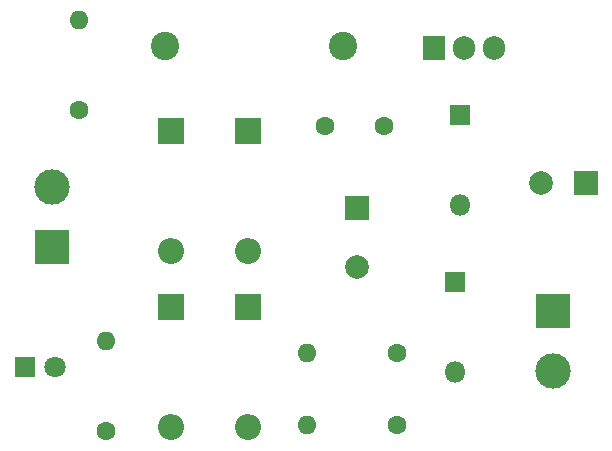
<source format=gbs>
%TF.GenerationSoftware,KiCad,Pcbnew,9.0.1*%
%TF.CreationDate,2025-08-15T11:03:48+05:00*%
%TF.ProjectId,transformerless_power_supply,7472616e-7366-46f7-926d-65726c657373,rev?*%
%TF.SameCoordinates,Original*%
%TF.FileFunction,Soldermask,Bot*%
%TF.FilePolarity,Negative*%
%FSLAX46Y46*%
G04 Gerber Fmt 4.6, Leading zero omitted, Abs format (unit mm)*
G04 Created by KiCad (PCBNEW 9.0.1) date 2025-08-15 11:03:48*
%MOMM*%
%LPD*%
G01*
G04 APERTURE LIST*
%ADD10O,1.600000X1.600000*%
%ADD11C,1.600000*%
%ADD12C,2.400000*%
%ADD13R,1.800000X1.800000*%
%ADD14O,1.800000X1.800000*%
%ADD15R,2.200000X2.200000*%
%ADD16O,2.200000X2.200000*%
%ADD17R,2.000000X2.000000*%
%ADD18C,2.000000*%
%ADD19R,1.905000X2.000000*%
%ADD20O,1.905000X2.000000*%
%ADD21R,3.000000X3.000000*%
%ADD22C,3.000000*%
%ADD23C,1.800000*%
G04 APERTURE END LIST*
D10*
X139480000Y-109350000D03*
D11*
X147100000Y-109350000D03*
D12*
X127500000Y-77250000D03*
X142500000Y-77250000D03*
D13*
X152400000Y-83090000D03*
D14*
X152400000Y-90710000D03*
D15*
X134500000Y-99340000D03*
D16*
X134500000Y-109500000D03*
D11*
X122500000Y-109800000D03*
D10*
X122500000Y-102180000D03*
D17*
X143700000Y-90900000D03*
D18*
X143700000Y-95900000D03*
D11*
X141000000Y-84000000D03*
X146000000Y-84000000D03*
D19*
X150260000Y-77400000D03*
D20*
X152800000Y-77400000D03*
X155340000Y-77400000D03*
D21*
X160300000Y-99620000D03*
D22*
X160300000Y-104700000D03*
D13*
X115625000Y-104400000D03*
D23*
X118165000Y-104400000D03*
D15*
X134500000Y-84420000D03*
D16*
X134500000Y-94580000D03*
D21*
X117900000Y-94280000D03*
D22*
X117900000Y-89200000D03*
D15*
X128000000Y-84420000D03*
D16*
X128000000Y-94580000D03*
D11*
X147100000Y-103200000D03*
D10*
X139480000Y-103200000D03*
D17*
X163100000Y-88800000D03*
D18*
X159300000Y-88800000D03*
D15*
X128000000Y-99340000D03*
D16*
X128000000Y-109500000D03*
D11*
X120200000Y-82620000D03*
D10*
X120200000Y-75000000D03*
D13*
X152000000Y-97190000D03*
D14*
X152000000Y-104810000D03*
M02*

</source>
